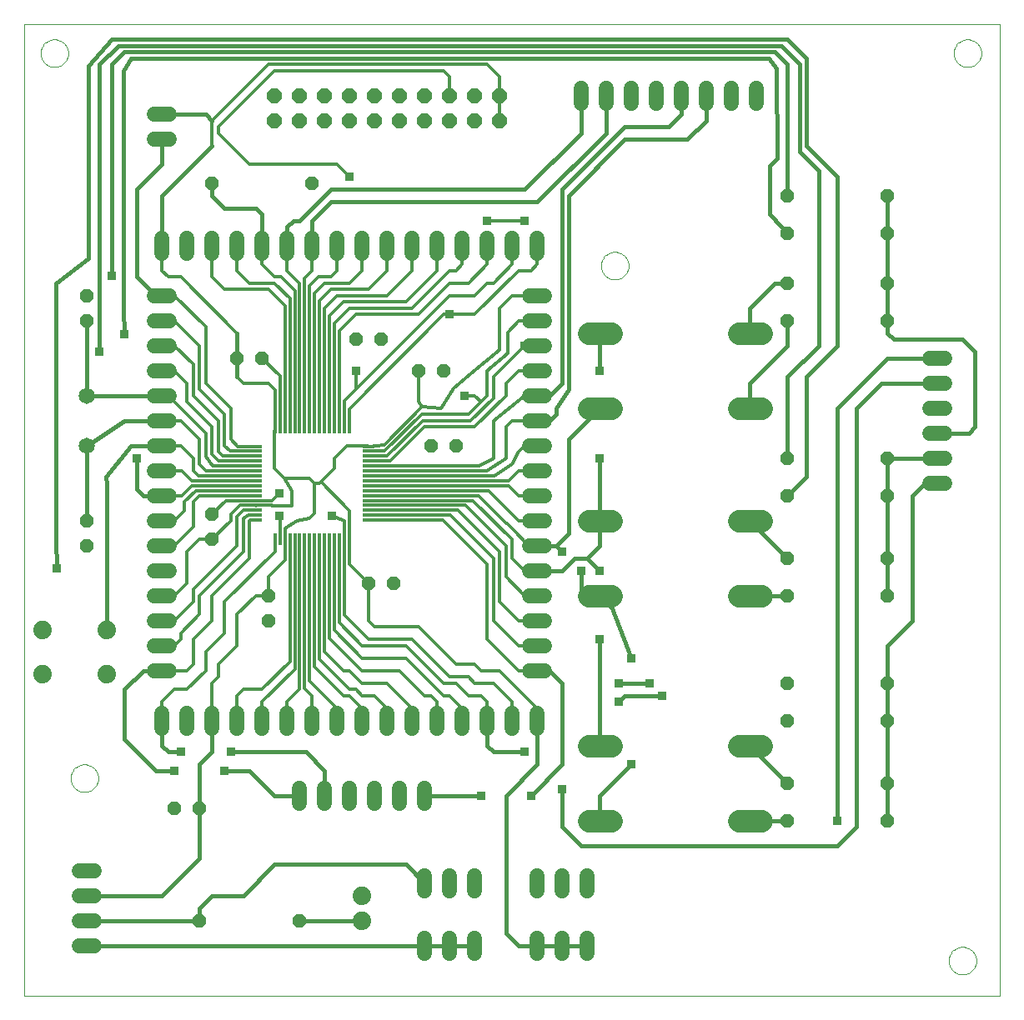
<source format=gtl>
G75*
G70*
%OFA0B0*%
%FSLAX24Y24*%
%IPPOS*%
%LPD*%
%AMOC8*
5,1,8,0,0,1.08239X$1,22.5*
%
%ADD10C,0.0000*%
%ADD11C,0.0600*%
%ADD12OC8,0.0520*%
%ADD13R,0.0472X0.0118*%
%ADD14R,0.0118X0.0472*%
%ADD15OC8,0.0600*%
%ADD16C,0.0650*%
%ADD17C,0.0740*%
%ADD18C,0.0885*%
%ADD19C,0.0160*%
%ADD20C,0.0120*%
%ADD21R,0.0356X0.0356*%
D10*
X000180Y000180D02*
X000180Y039050D01*
X039172Y039050D01*
X039172Y000180D01*
X000180Y000180D01*
X002029Y008880D02*
X002031Y008927D01*
X002037Y008973D01*
X002047Y009019D01*
X002060Y009064D01*
X002078Y009107D01*
X002099Y009149D01*
X002123Y009189D01*
X002151Y009226D01*
X002182Y009261D01*
X002216Y009294D01*
X002252Y009323D01*
X002291Y009349D01*
X002332Y009372D01*
X002375Y009391D01*
X002419Y009407D01*
X002464Y009419D01*
X002510Y009427D01*
X002557Y009431D01*
X002603Y009431D01*
X002650Y009427D01*
X002696Y009419D01*
X002741Y009407D01*
X002785Y009391D01*
X002828Y009372D01*
X002869Y009349D01*
X002908Y009323D01*
X002944Y009294D01*
X002978Y009261D01*
X003009Y009226D01*
X003037Y009189D01*
X003061Y009149D01*
X003082Y009107D01*
X003100Y009064D01*
X003113Y009019D01*
X003123Y008973D01*
X003129Y008927D01*
X003131Y008880D01*
X003129Y008833D01*
X003123Y008787D01*
X003113Y008741D01*
X003100Y008696D01*
X003082Y008653D01*
X003061Y008611D01*
X003037Y008571D01*
X003009Y008534D01*
X002978Y008499D01*
X002944Y008466D01*
X002908Y008437D01*
X002869Y008411D01*
X002828Y008388D01*
X002785Y008369D01*
X002741Y008353D01*
X002696Y008341D01*
X002650Y008333D01*
X002603Y008329D01*
X002557Y008329D01*
X002510Y008333D01*
X002464Y008341D01*
X002419Y008353D01*
X002375Y008369D01*
X002332Y008388D01*
X002291Y008411D01*
X002252Y008437D01*
X002216Y008466D01*
X002182Y008499D01*
X002151Y008534D01*
X002123Y008571D01*
X002099Y008611D01*
X002078Y008653D01*
X002060Y008696D01*
X002047Y008741D01*
X002037Y008787D01*
X002031Y008833D01*
X002029Y008880D01*
X023229Y029380D02*
X023231Y029427D01*
X023237Y029473D01*
X023247Y029519D01*
X023260Y029564D01*
X023278Y029607D01*
X023299Y029649D01*
X023323Y029689D01*
X023351Y029726D01*
X023382Y029761D01*
X023416Y029794D01*
X023452Y029823D01*
X023491Y029849D01*
X023532Y029872D01*
X023575Y029891D01*
X023619Y029907D01*
X023664Y029919D01*
X023710Y029927D01*
X023757Y029931D01*
X023803Y029931D01*
X023850Y029927D01*
X023896Y029919D01*
X023941Y029907D01*
X023985Y029891D01*
X024028Y029872D01*
X024069Y029849D01*
X024108Y029823D01*
X024144Y029794D01*
X024178Y029761D01*
X024209Y029726D01*
X024237Y029689D01*
X024261Y029649D01*
X024282Y029607D01*
X024300Y029564D01*
X024313Y029519D01*
X024323Y029473D01*
X024329Y029427D01*
X024331Y029380D01*
X024329Y029333D01*
X024323Y029287D01*
X024313Y029241D01*
X024300Y029196D01*
X024282Y029153D01*
X024261Y029111D01*
X024237Y029071D01*
X024209Y029034D01*
X024178Y028999D01*
X024144Y028966D01*
X024108Y028937D01*
X024069Y028911D01*
X024028Y028888D01*
X023985Y028869D01*
X023941Y028853D01*
X023896Y028841D01*
X023850Y028833D01*
X023803Y028829D01*
X023757Y028829D01*
X023710Y028833D01*
X023664Y028841D01*
X023619Y028853D01*
X023575Y028869D01*
X023532Y028888D01*
X023491Y028911D01*
X023452Y028937D01*
X023416Y028966D01*
X023382Y028999D01*
X023351Y029034D01*
X023323Y029071D01*
X023299Y029111D01*
X023278Y029153D01*
X023260Y029196D01*
X023247Y029241D01*
X023237Y029287D01*
X023231Y029333D01*
X023229Y029380D01*
X037329Y037880D02*
X037331Y037927D01*
X037337Y037973D01*
X037347Y038019D01*
X037360Y038064D01*
X037378Y038107D01*
X037399Y038149D01*
X037423Y038189D01*
X037451Y038226D01*
X037482Y038261D01*
X037516Y038294D01*
X037552Y038323D01*
X037591Y038349D01*
X037632Y038372D01*
X037675Y038391D01*
X037719Y038407D01*
X037764Y038419D01*
X037810Y038427D01*
X037857Y038431D01*
X037903Y038431D01*
X037950Y038427D01*
X037996Y038419D01*
X038041Y038407D01*
X038085Y038391D01*
X038128Y038372D01*
X038169Y038349D01*
X038208Y038323D01*
X038244Y038294D01*
X038278Y038261D01*
X038309Y038226D01*
X038337Y038189D01*
X038361Y038149D01*
X038382Y038107D01*
X038400Y038064D01*
X038413Y038019D01*
X038423Y037973D01*
X038429Y037927D01*
X038431Y037880D01*
X038429Y037833D01*
X038423Y037787D01*
X038413Y037741D01*
X038400Y037696D01*
X038382Y037653D01*
X038361Y037611D01*
X038337Y037571D01*
X038309Y037534D01*
X038278Y037499D01*
X038244Y037466D01*
X038208Y037437D01*
X038169Y037411D01*
X038128Y037388D01*
X038085Y037369D01*
X038041Y037353D01*
X037996Y037341D01*
X037950Y037333D01*
X037903Y037329D01*
X037857Y037329D01*
X037810Y037333D01*
X037764Y037341D01*
X037719Y037353D01*
X037675Y037369D01*
X037632Y037388D01*
X037591Y037411D01*
X037552Y037437D01*
X037516Y037466D01*
X037482Y037499D01*
X037451Y037534D01*
X037423Y037571D01*
X037399Y037611D01*
X037378Y037653D01*
X037360Y037696D01*
X037347Y037741D01*
X037337Y037787D01*
X037331Y037833D01*
X037329Y037880D01*
X000829Y037880D02*
X000831Y037927D01*
X000837Y037973D01*
X000847Y038019D01*
X000860Y038064D01*
X000878Y038107D01*
X000899Y038149D01*
X000923Y038189D01*
X000951Y038226D01*
X000982Y038261D01*
X001016Y038294D01*
X001052Y038323D01*
X001091Y038349D01*
X001132Y038372D01*
X001175Y038391D01*
X001219Y038407D01*
X001264Y038419D01*
X001310Y038427D01*
X001357Y038431D01*
X001403Y038431D01*
X001450Y038427D01*
X001496Y038419D01*
X001541Y038407D01*
X001585Y038391D01*
X001628Y038372D01*
X001669Y038349D01*
X001708Y038323D01*
X001744Y038294D01*
X001778Y038261D01*
X001809Y038226D01*
X001837Y038189D01*
X001861Y038149D01*
X001882Y038107D01*
X001900Y038064D01*
X001913Y038019D01*
X001923Y037973D01*
X001929Y037927D01*
X001931Y037880D01*
X001929Y037833D01*
X001923Y037787D01*
X001913Y037741D01*
X001900Y037696D01*
X001882Y037653D01*
X001861Y037611D01*
X001837Y037571D01*
X001809Y037534D01*
X001778Y037499D01*
X001744Y037466D01*
X001708Y037437D01*
X001669Y037411D01*
X001628Y037388D01*
X001585Y037369D01*
X001541Y037353D01*
X001496Y037341D01*
X001450Y037333D01*
X001403Y037329D01*
X001357Y037329D01*
X001310Y037333D01*
X001264Y037341D01*
X001219Y037353D01*
X001175Y037369D01*
X001132Y037388D01*
X001091Y037411D01*
X001052Y037437D01*
X001016Y037466D01*
X000982Y037499D01*
X000951Y037534D01*
X000923Y037571D01*
X000899Y037611D01*
X000878Y037653D01*
X000860Y037696D01*
X000847Y037741D01*
X000837Y037787D01*
X000831Y037833D01*
X000829Y037880D01*
X037129Y001580D02*
X037131Y001627D01*
X037137Y001673D01*
X037147Y001719D01*
X037160Y001764D01*
X037178Y001807D01*
X037199Y001849D01*
X037223Y001889D01*
X037251Y001926D01*
X037282Y001961D01*
X037316Y001994D01*
X037352Y002023D01*
X037391Y002049D01*
X037432Y002072D01*
X037475Y002091D01*
X037519Y002107D01*
X037564Y002119D01*
X037610Y002127D01*
X037657Y002131D01*
X037703Y002131D01*
X037750Y002127D01*
X037796Y002119D01*
X037841Y002107D01*
X037885Y002091D01*
X037928Y002072D01*
X037969Y002049D01*
X038008Y002023D01*
X038044Y001994D01*
X038078Y001961D01*
X038109Y001926D01*
X038137Y001889D01*
X038161Y001849D01*
X038182Y001807D01*
X038200Y001764D01*
X038213Y001719D01*
X038223Y001673D01*
X038229Y001627D01*
X038231Y001580D01*
X038229Y001533D01*
X038223Y001487D01*
X038213Y001441D01*
X038200Y001396D01*
X038182Y001353D01*
X038161Y001311D01*
X038137Y001271D01*
X038109Y001234D01*
X038078Y001199D01*
X038044Y001166D01*
X038008Y001137D01*
X037969Y001111D01*
X037928Y001088D01*
X037885Y001069D01*
X037841Y001053D01*
X037796Y001041D01*
X037750Y001033D01*
X037703Y001029D01*
X037657Y001029D01*
X037610Y001033D01*
X037564Y001041D01*
X037519Y001053D01*
X037475Y001069D01*
X037432Y001088D01*
X037391Y001111D01*
X037352Y001137D01*
X037316Y001166D01*
X037282Y001199D01*
X037251Y001234D01*
X037223Y001271D01*
X037199Y001311D01*
X037178Y001353D01*
X037160Y001396D01*
X037147Y001441D01*
X037137Y001487D01*
X037131Y001533D01*
X037129Y001580D01*
D11*
X022680Y001880D02*
X022680Y002480D01*
X021680Y002480D02*
X021680Y001880D01*
X020680Y001880D02*
X020680Y002480D01*
X020680Y004380D02*
X020680Y004980D01*
X021680Y004980D02*
X021680Y004380D01*
X022680Y004380D02*
X022680Y004980D01*
X018180Y004980D02*
X018180Y004380D01*
X017180Y004380D02*
X017180Y004980D01*
X016180Y004980D02*
X016180Y004380D01*
X016180Y002480D02*
X016180Y001880D01*
X017180Y001880D02*
X017180Y002480D01*
X018180Y002480D02*
X018180Y001880D01*
X016180Y007880D02*
X016180Y008480D01*
X015180Y008480D02*
X015180Y007880D01*
X014180Y007880D02*
X014180Y008480D01*
X013180Y008480D02*
X013180Y007880D01*
X012180Y007880D02*
X012180Y008480D01*
X011180Y008480D02*
X011180Y007880D01*
X010680Y010880D02*
X010680Y011480D01*
X011680Y011480D02*
X011680Y010880D01*
X012680Y010880D02*
X012680Y011480D01*
X013680Y011480D02*
X013680Y010880D01*
X014680Y010880D02*
X014680Y011480D01*
X015680Y011480D02*
X015680Y010880D01*
X016680Y010880D02*
X016680Y011480D01*
X017680Y011480D02*
X017680Y010880D01*
X018680Y010880D02*
X018680Y011480D01*
X019680Y011480D02*
X019680Y010880D01*
X020680Y010880D02*
X020680Y011480D01*
X020980Y013180D02*
X020380Y013180D01*
X020380Y014180D02*
X020980Y014180D01*
X020980Y015180D02*
X020380Y015180D01*
X020380Y016180D02*
X020980Y016180D01*
X020980Y017180D02*
X020380Y017180D01*
X020380Y018180D02*
X020980Y018180D01*
X020980Y019180D02*
X020380Y019180D01*
X020380Y020180D02*
X020980Y020180D01*
X020980Y021180D02*
X020380Y021180D01*
X020380Y022180D02*
X020980Y022180D01*
X020980Y023180D02*
X020380Y023180D01*
X020380Y024180D02*
X020980Y024180D01*
X020980Y025180D02*
X020380Y025180D01*
X020380Y026180D02*
X020980Y026180D01*
X020980Y027180D02*
X020380Y027180D01*
X020380Y028180D02*
X020980Y028180D01*
X020680Y029880D02*
X020680Y030480D01*
X019680Y030480D02*
X019680Y029880D01*
X018680Y029880D02*
X018680Y030480D01*
X017680Y030480D02*
X017680Y029880D01*
X016680Y029880D02*
X016680Y030480D01*
X015680Y030480D02*
X015680Y029880D01*
X014680Y029880D02*
X014680Y030480D01*
X013680Y030480D02*
X013680Y029880D01*
X012680Y029880D02*
X012680Y030480D01*
X011680Y030480D02*
X011680Y029880D01*
X010680Y029880D02*
X010680Y030480D01*
X009680Y030480D02*
X009680Y029880D01*
X008680Y029880D02*
X008680Y030480D01*
X007680Y030480D02*
X007680Y029880D01*
X006680Y029880D02*
X006680Y030480D01*
X005680Y030480D02*
X005680Y029880D01*
X005380Y028180D02*
X005980Y028180D01*
X005980Y027180D02*
X005380Y027180D01*
X005380Y026180D02*
X005980Y026180D01*
X005980Y025180D02*
X005380Y025180D01*
X005380Y024180D02*
X005980Y024180D01*
X005980Y023180D02*
X005380Y023180D01*
X005380Y022180D02*
X005980Y022180D01*
X005980Y021180D02*
X005380Y021180D01*
X005380Y020180D02*
X005980Y020180D01*
X005980Y019180D02*
X005380Y019180D01*
X005380Y018180D02*
X005980Y018180D01*
X005980Y017180D02*
X005380Y017180D01*
X005380Y016180D02*
X005980Y016180D01*
X005980Y015180D02*
X005380Y015180D01*
X005380Y014180D02*
X005980Y014180D01*
X005980Y013180D02*
X005380Y013180D01*
X005680Y011480D02*
X005680Y010880D01*
X006680Y010880D02*
X006680Y011480D01*
X007680Y011480D02*
X007680Y010880D01*
X008680Y010880D02*
X008680Y011480D01*
X009680Y011480D02*
X009680Y010880D01*
X002980Y005180D02*
X002380Y005180D01*
X002380Y004180D02*
X002980Y004180D01*
X002980Y003180D02*
X002380Y003180D01*
X002380Y002180D02*
X002980Y002180D01*
X005380Y034430D02*
X005980Y034430D01*
X005980Y035430D02*
X005380Y035430D01*
X022430Y035880D02*
X022430Y036480D01*
X023430Y036480D02*
X023430Y035880D01*
X024430Y035880D02*
X024430Y036480D01*
X025430Y036480D02*
X025430Y035880D01*
X026430Y035880D02*
X026430Y036480D01*
X027430Y036480D02*
X027430Y035880D01*
X028430Y035880D02*
X028430Y036480D01*
X029430Y036480D02*
X029430Y035880D01*
X036380Y025680D02*
X036980Y025680D01*
X036980Y024680D02*
X036380Y024680D01*
X036380Y023680D02*
X036980Y023680D01*
X036980Y022680D02*
X036380Y022680D01*
X036380Y021680D02*
X036980Y021680D01*
X036980Y020680D02*
X036380Y020680D01*
D12*
X034680Y020180D03*
X034680Y021680D03*
X034680Y017680D03*
X034680Y016180D03*
X034680Y012680D03*
X034680Y011180D03*
X034680Y008680D03*
X034680Y007180D03*
X030680Y007180D03*
X030680Y008680D03*
X030680Y011180D03*
X030680Y012680D03*
X030680Y016180D03*
X030680Y017680D03*
X030680Y020180D03*
X030680Y021680D03*
X030680Y027180D03*
X030680Y028680D03*
X030680Y030680D03*
X030680Y032180D03*
X034680Y032180D03*
X034680Y030680D03*
X034680Y028680D03*
X034680Y027180D03*
X017430Y022180D03*
X016430Y022180D03*
X015930Y025180D03*
X016930Y025180D03*
X014430Y026430D03*
X013430Y026430D03*
X009680Y025680D03*
X008680Y025680D03*
X002680Y027180D03*
X002680Y028180D03*
X007680Y032680D03*
X011680Y032680D03*
X007680Y019430D03*
X007680Y018430D03*
X009930Y016180D03*
X009930Y015180D03*
X013930Y016680D03*
X014930Y016680D03*
X007180Y007680D03*
X006180Y007680D03*
X007180Y003180D03*
X011180Y003180D03*
X002680Y018180D03*
X002680Y019180D03*
D13*
X009436Y019204D03*
X009436Y019400D03*
X009436Y019597D03*
X009436Y019794D03*
X009436Y019991D03*
X009436Y020188D03*
X009436Y020385D03*
X009436Y020582D03*
X009436Y020778D03*
X009436Y020975D03*
X009436Y021172D03*
X009436Y021369D03*
X009436Y021566D03*
X009436Y021763D03*
X009436Y021960D03*
X009436Y022156D03*
X013924Y022156D03*
X013924Y021960D03*
X013924Y021763D03*
X013924Y021566D03*
X013924Y021369D03*
X013924Y021172D03*
X013924Y020975D03*
X013924Y020778D03*
X013924Y020582D03*
X013924Y020385D03*
X013924Y020188D03*
X013924Y019991D03*
X013924Y019794D03*
X013924Y019597D03*
X013924Y019400D03*
X013924Y019204D03*
D14*
X013156Y018436D03*
X012960Y018436D03*
X012763Y018436D03*
X012566Y018436D03*
X012369Y018436D03*
X012172Y018436D03*
X011975Y018436D03*
X011778Y018436D03*
X011582Y018436D03*
X011385Y018436D03*
X011188Y018436D03*
X010991Y018436D03*
X010794Y018436D03*
X010597Y018436D03*
X010400Y018436D03*
X010204Y018436D03*
X010204Y022924D03*
X010400Y022924D03*
X010597Y022924D03*
X010794Y022924D03*
X010991Y022924D03*
X011188Y022924D03*
X011385Y022924D03*
X011582Y022924D03*
X011778Y022924D03*
X011975Y022924D03*
X012172Y022924D03*
X012369Y022924D03*
X012566Y022924D03*
X012763Y022924D03*
X012960Y022924D03*
X013156Y022924D03*
D15*
X013180Y035180D03*
X013180Y036180D03*
X012180Y036180D03*
X012180Y035180D03*
X011180Y035180D03*
X011180Y036180D03*
X010180Y036180D03*
X010180Y035180D03*
X014180Y035180D03*
X014180Y036180D03*
X015180Y036180D03*
X015180Y035180D03*
X016180Y035180D03*
X016180Y036180D03*
X017180Y036180D03*
X017180Y035180D03*
X018180Y035180D03*
X018180Y036180D03*
X019180Y036180D03*
X019180Y035180D03*
D16*
X002680Y024180D03*
X002680Y022180D03*
D17*
X003460Y014820D03*
X003460Y013040D03*
X000900Y013040D03*
X000900Y014820D03*
X013680Y004180D03*
X013680Y003180D03*
D18*
X022738Y007180D02*
X023623Y007180D01*
X023623Y010180D02*
X022738Y010180D01*
X028738Y010180D02*
X029623Y010180D01*
X029623Y007180D02*
X028738Y007180D01*
X028738Y016180D02*
X029623Y016180D01*
X029623Y019180D02*
X028738Y019180D01*
X028738Y023680D02*
X029623Y023680D01*
X029623Y026680D02*
X028738Y026680D01*
X023623Y026680D02*
X022738Y026680D01*
X022738Y023680D02*
X023623Y023680D01*
X023623Y019180D02*
X022738Y019180D01*
X022738Y016180D02*
X023623Y016180D01*
D19*
X023180Y016180D02*
X023680Y015680D01*
X024430Y013680D01*
X023930Y012680D02*
X025180Y012680D01*
X025680Y012180D02*
X024180Y012180D01*
X023930Y011930D01*
X023180Y010180D02*
X023180Y014430D01*
X021680Y012680D02*
X021180Y013180D01*
X020680Y013180D01*
X021680Y012680D02*
X021680Y009430D01*
X020430Y008180D01*
X019430Y008180D02*
X020680Y009430D01*
X020680Y011180D01*
X020180Y009930D02*
X018930Y009930D01*
X018680Y010180D01*
X018680Y011180D01*
X018430Y008180D02*
X016180Y008180D01*
X015430Y005430D02*
X016180Y004680D01*
X015430Y005430D02*
X010180Y005430D01*
X008930Y004180D01*
X007680Y004180D01*
X007180Y003680D01*
X007180Y003180D01*
X002680Y003180D01*
X002680Y004180D02*
X005680Y004180D01*
X007180Y005680D01*
X007180Y007680D01*
X007180Y009430D01*
X007680Y009930D01*
X007680Y011180D01*
X008430Y009930D02*
X011430Y009930D01*
X012180Y009180D01*
X012180Y008180D01*
X011180Y008180D02*
X010180Y008180D01*
X009180Y009180D01*
X008180Y009180D01*
X006430Y009930D02*
X005930Y009930D01*
X005680Y010180D01*
X005680Y011180D01*
X004180Y010430D02*
X004180Y012430D01*
X004930Y013180D01*
X005680Y013180D01*
X003460Y014820D02*
X003460Y020650D01*
X003430Y020930D01*
X004430Y022180D01*
X005680Y022180D01*
X005680Y023180D02*
X004180Y023180D01*
X002680Y022180D01*
X002680Y019180D01*
X001430Y018430D02*
X001480Y017280D01*
X001430Y018430D02*
X001430Y028680D01*
X002730Y029680D01*
X002730Y037380D01*
X003680Y038430D01*
X030680Y038430D01*
X031430Y037680D01*
X031430Y034180D01*
X032680Y032930D01*
X032680Y026180D01*
X031430Y024930D01*
X031430Y020930D01*
X030680Y020180D01*
X029180Y019180D02*
X030680Y017680D01*
X030680Y016180D02*
X029180Y016180D01*
X034680Y016180D02*
X034680Y017680D01*
X034680Y021680D01*
X034680Y020180D01*
X035680Y020180D02*
X036180Y020680D01*
X036680Y020680D01*
X036680Y021680D02*
X034680Y021680D01*
X035680Y020180D02*
X035680Y015180D01*
X034680Y014180D01*
X034680Y012680D01*
X034680Y008680D01*
X034680Y007180D01*
X033430Y006930D02*
X032680Y006180D01*
X022430Y006180D01*
X021680Y006930D01*
X021680Y008430D01*
X023180Y008180D02*
X023180Y007180D01*
X023180Y008180D02*
X024430Y009430D01*
X029180Y010180D02*
X030680Y008680D01*
X030680Y007180D02*
X029180Y007180D01*
X032680Y007180D02*
X032680Y023680D01*
X034680Y025680D01*
X036680Y025680D01*
X037680Y026430D02*
X038180Y025930D01*
X038180Y022930D01*
X037930Y022680D01*
X036680Y022680D01*
X036680Y024680D02*
X034430Y024680D01*
X033430Y023680D01*
X033430Y006930D01*
X034680Y011180D02*
X034680Y012680D01*
X030680Y021680D02*
X030680Y024930D01*
X031930Y026180D01*
X031930Y033180D01*
X031180Y033930D01*
X031180Y037430D01*
X030430Y038180D01*
X003930Y038180D01*
X003180Y037430D01*
X003180Y025930D01*
X004180Y026630D02*
X004130Y027680D01*
X004130Y037180D01*
X004430Y037680D01*
X029930Y037680D01*
X030230Y037280D01*
X030280Y033680D01*
X029980Y033380D01*
X029980Y031430D01*
X030430Y030930D01*
X030680Y030680D01*
X030680Y032180D02*
X030680Y037430D01*
X030180Y037930D01*
X004180Y037930D01*
X003680Y037430D01*
X003680Y028980D01*
X004680Y028930D02*
X004680Y032430D01*
X005680Y033430D01*
X005680Y034430D01*
X005680Y035430D02*
X007430Y035430D01*
X007680Y035180D01*
X007680Y034180D02*
X005680Y032180D01*
X005680Y030180D01*
X004680Y028930D02*
X005430Y028180D01*
X005680Y028180D01*
X002680Y027180D02*
X002680Y024180D01*
X005680Y024180D01*
X004680Y021680D02*
X004680Y020430D01*
X004930Y020180D01*
X005680Y020180D01*
X008680Y024930D02*
X008680Y025680D01*
X008680Y026680D01*
X009680Y030180D02*
X009680Y031430D01*
X009430Y031680D01*
X008180Y031680D01*
X007680Y032180D01*
X007680Y032680D01*
X010680Y030930D02*
X010680Y030180D01*
X010680Y030930D02*
X010930Y031180D01*
X011180Y031180D01*
X012430Y032430D01*
X020180Y032430D01*
X022430Y034680D01*
X022430Y036180D01*
X023430Y036180D02*
X023430Y034680D01*
X020680Y031930D01*
X012430Y031930D01*
X011680Y031180D01*
X011680Y030180D01*
X020680Y024180D02*
X021180Y024180D01*
X021680Y024680D01*
X021680Y032430D01*
X024180Y034930D01*
X025930Y034930D01*
X026430Y035430D01*
X026430Y036180D01*
X027430Y036180D02*
X027430Y035180D01*
X026680Y034430D01*
X024180Y034430D01*
X021930Y032180D01*
X021930Y024430D01*
X021430Y023680D01*
X021430Y023430D01*
X021180Y023180D01*
X020680Y023180D01*
X021930Y022430D02*
X023180Y023680D01*
X023180Y025180D02*
X023180Y026680D01*
X021930Y022430D02*
X021930Y018680D01*
X021430Y018180D01*
X021680Y017930D01*
X021430Y018180D02*
X020680Y018180D01*
X020680Y017180D02*
X021680Y017180D01*
X022180Y017680D01*
X022680Y017680D01*
X023180Y017180D01*
X022680Y017680D02*
X023180Y018180D01*
X023180Y019180D01*
X023180Y021680D01*
X022430Y017180D02*
X022430Y016430D01*
X022680Y016180D01*
X023180Y016180D01*
X029180Y023680D02*
X029180Y024680D01*
X030680Y026180D01*
X030680Y027180D01*
X030680Y028680D02*
X030180Y028680D01*
X029180Y027680D01*
X029180Y026680D01*
X034680Y026680D02*
X034930Y026430D01*
X037680Y026430D01*
X034680Y026680D02*
X034680Y027180D01*
X034680Y030680D01*
X034680Y032180D01*
X034680Y028680D02*
X034680Y027180D01*
X019430Y008180D02*
X019430Y002680D01*
X019930Y002180D01*
X020680Y002180D01*
X021680Y002180D01*
X022680Y002180D01*
X018180Y002180D02*
X017180Y002180D01*
X016180Y002180D01*
X002680Y002180D01*
X005430Y009180D02*
X004180Y010430D01*
X005430Y009180D02*
X006180Y009180D01*
X011180Y003180D02*
X013680Y003180D01*
D20*
X013680Y011180D02*
X013680Y011680D01*
X013180Y012180D01*
X012930Y012180D01*
X011778Y013332D01*
X011778Y018436D01*
X011582Y018436D02*
X011582Y012778D01*
X012680Y011680D01*
X012680Y011180D01*
X013680Y012180D02*
X014180Y012180D01*
X014680Y011680D01*
X014680Y011180D01*
X015680Y011180D02*
X015680Y011680D01*
X014680Y012680D01*
X013680Y012680D01*
X013180Y013180D01*
X012930Y013180D01*
X012172Y013938D01*
X012172Y018436D01*
X011975Y018436D02*
X011975Y013635D01*
X013180Y012430D01*
X013430Y012430D01*
X013680Y012180D01*
X013680Y013180D02*
X015180Y013180D01*
X016180Y012180D01*
X016430Y012180D01*
X016680Y011930D01*
X016680Y011180D01*
X016680Y011430D01*
X016930Y012180D02*
X017180Y012180D01*
X017680Y011680D01*
X017680Y011180D01*
X017930Y012180D02*
X018430Y012180D01*
X018680Y011930D01*
X018680Y011180D01*
X017930Y012180D02*
X017430Y012680D01*
X016930Y012680D01*
X015430Y014180D01*
X013680Y014180D01*
X012763Y015097D01*
X012763Y018436D01*
X012960Y018436D02*
X012960Y018466D01*
X012960Y019190D01*
X012480Y019380D01*
X013160Y019570D02*
X012030Y020730D01*
X011980Y020680D01*
X011780Y020680D01*
X011580Y020880D01*
X010580Y020880D01*
X010180Y021280D01*
X010180Y022680D01*
X010204Y022924D01*
X010204Y024406D01*
X009930Y024680D01*
X008930Y024680D01*
X008680Y024930D01*
X009680Y025680D02*
X010400Y024960D01*
X010400Y022924D01*
X010597Y022924D02*
X010597Y027763D01*
X009930Y028430D01*
X008180Y028430D01*
X007680Y028930D01*
X007680Y030180D01*
X008680Y030180D02*
X008680Y029180D01*
X009180Y028680D01*
X010180Y028680D01*
X010794Y028066D01*
X010794Y022924D01*
X010991Y022924D02*
X010991Y028369D01*
X010430Y028930D01*
X010180Y028930D01*
X009680Y029430D01*
X009680Y030180D01*
X010680Y030180D02*
X010680Y029180D01*
X011188Y028672D01*
X011188Y022924D01*
X011385Y022924D02*
X011385Y028885D01*
X011680Y029180D01*
X011680Y030180D01*
X012680Y030180D02*
X012680Y029180D01*
X012430Y028930D01*
X011930Y028930D01*
X011582Y028582D01*
X011582Y022924D01*
X011778Y022924D02*
X011778Y028278D01*
X012180Y028680D01*
X013180Y028680D01*
X013680Y029180D01*
X013680Y030180D01*
X014680Y030180D02*
X014680Y029180D01*
X013930Y028430D01*
X012430Y028430D01*
X011975Y027975D01*
X011975Y022924D01*
X012172Y022924D02*
X012172Y027672D01*
X012680Y028180D01*
X014680Y028180D01*
X015680Y029180D01*
X015680Y030180D01*
X016680Y030180D02*
X016680Y029180D01*
X015430Y027930D01*
X012930Y027930D01*
X012369Y027369D01*
X012369Y022924D01*
X012566Y022924D02*
X012566Y027066D01*
X013180Y027680D01*
X015680Y027680D01*
X017180Y029180D01*
X017430Y029180D01*
X017680Y029430D01*
X017680Y030180D01*
X018680Y030180D02*
X018680Y029430D01*
X017930Y028680D01*
X017180Y028680D01*
X015930Y027430D01*
X013430Y027430D01*
X012763Y026763D01*
X012763Y022924D01*
X012960Y022924D02*
X012960Y023960D01*
X013430Y024430D01*
X013430Y025180D01*
X013430Y024430D02*
X017180Y028180D01*
X018180Y028180D01*
X018680Y028680D01*
X018930Y028680D01*
X019680Y029430D01*
X019680Y030180D01*
X020680Y030180D02*
X020680Y029430D01*
X020430Y029180D01*
X019930Y029180D01*
X018180Y027430D01*
X017180Y027430D01*
X016930Y027430D01*
X013156Y023656D01*
X013156Y022924D01*
X013080Y022180D02*
X012580Y021680D01*
X012580Y021280D01*
X012030Y020730D01*
X011780Y020680D02*
X011780Y019480D01*
X011580Y019280D01*
X011080Y019180D01*
X010600Y018880D01*
X010597Y018436D01*
X010597Y017597D01*
X009930Y016930D01*
X009930Y016180D01*
X009430Y016180D01*
X008680Y015430D01*
X008680Y014180D01*
X007930Y013430D01*
X007930Y012930D01*
X007680Y012680D01*
X007680Y011180D01*
X008680Y011180D02*
X008680Y012180D01*
X008930Y012430D01*
X009680Y012430D01*
X010794Y013544D01*
X010794Y018436D01*
X010991Y018436D02*
X010991Y013241D01*
X009680Y011930D01*
X009680Y011180D01*
X010680Y011180D02*
X010680Y011930D01*
X011188Y012438D01*
X011188Y018436D01*
X011385Y018436D02*
X011385Y012475D01*
X011680Y012180D01*
X011680Y011180D01*
X013680Y013180D02*
X012369Y014491D01*
X012369Y018436D01*
X012566Y018436D02*
X012566Y014794D01*
X013680Y013680D01*
X015430Y013680D01*
X016930Y012180D01*
X017180Y012930D02*
X017930Y012930D01*
X018180Y012680D01*
X018930Y012680D01*
X019680Y011930D01*
X019680Y011180D01*
X020680Y011180D02*
X020680Y011680D01*
X019180Y013180D01*
X018430Y013180D01*
X018180Y013430D01*
X017430Y013430D01*
X015930Y014930D01*
X014180Y014930D01*
X013930Y015180D01*
X013930Y016680D01*
X013156Y017454D01*
X013156Y018436D01*
X013160Y018450D01*
X013160Y019570D01*
X013924Y019597D02*
X017513Y019597D01*
X019180Y017930D01*
X019180Y015930D01*
X019930Y015180D01*
X020680Y015180D01*
X020680Y014180D02*
X019930Y014180D01*
X018930Y015180D01*
X018930Y017680D01*
X017210Y019400D01*
X013924Y019400D01*
X013924Y019204D02*
X016906Y019204D01*
X018680Y017430D01*
X018680Y014430D01*
X019930Y013180D01*
X020680Y013180D01*
X020680Y016180D02*
X020180Y016180D01*
X019430Y016930D01*
X019430Y018180D01*
X017816Y019794D01*
X013924Y019794D01*
X013924Y019991D02*
X018119Y019991D01*
X019680Y018430D01*
X019680Y017680D01*
X020180Y017180D01*
X020680Y017180D01*
X020680Y018180D02*
X020180Y018180D01*
X020180Y018340D01*
X019830Y018700D01*
X019460Y019070D01*
X019450Y019070D01*
X018340Y020180D01*
X013932Y020180D01*
X013924Y020188D01*
X013924Y020385D02*
X018725Y020385D01*
X019930Y019180D01*
X020680Y019180D01*
X020680Y020180D02*
X019930Y020180D01*
X019528Y020582D01*
X013924Y020582D01*
X013924Y020778D02*
X019528Y020778D01*
X019930Y021180D01*
X020680Y021180D01*
X019680Y021430D02*
X019930Y021930D01*
X020180Y022180D01*
X020680Y022180D01*
X020680Y023180D02*
X019680Y023180D01*
X019430Y022930D01*
X019430Y021680D01*
X018672Y021172D01*
X013924Y021172D01*
X013924Y020975D02*
X018975Y020975D01*
X019680Y021430D01*
X018930Y021680D02*
X018930Y023180D01*
X020180Y024180D01*
X020680Y024180D01*
X020680Y025180D02*
X019930Y025180D01*
X019430Y024680D01*
X019430Y024180D01*
X018180Y022930D01*
X016180Y022930D01*
X014816Y021566D01*
X013924Y021566D01*
X013924Y021763D02*
X014683Y021763D01*
X016120Y023180D01*
X018010Y023180D01*
X018930Y024060D01*
X018930Y024930D01*
X020180Y026180D01*
X020680Y026180D01*
X020680Y027180D02*
X019930Y027180D01*
X019510Y026710D01*
X019510Y025880D01*
X018680Y025180D01*
X018680Y024180D01*
X018430Y023930D01*
X018180Y024180D01*
X017780Y024180D01*
X017330Y024480D02*
X018030Y025080D01*
X019180Y026010D01*
X019180Y027680D01*
X019680Y028180D01*
X020680Y028180D01*
X020180Y031180D02*
X018680Y031180D01*
X019180Y035180D02*
X019180Y036180D01*
X019180Y036930D01*
X018680Y037430D01*
X009930Y037430D01*
X007680Y035180D01*
X007680Y034180D01*
X007930Y034680D02*
X007930Y034930D01*
X010180Y037180D01*
X016930Y037180D01*
X017180Y036930D01*
X017180Y036180D01*
X013180Y032930D02*
X012680Y033430D01*
X009180Y033430D01*
X007930Y034680D01*
X005680Y030180D02*
X005680Y029180D01*
X005930Y028930D01*
X006430Y028930D01*
X008680Y026680D01*
X007430Y026930D02*
X006180Y028180D01*
X005680Y028180D01*
X005680Y027180D02*
X006180Y027180D01*
X007180Y026180D01*
X007180Y024430D01*
X008180Y023430D01*
X008180Y022180D01*
X008400Y021960D01*
X009436Y021960D01*
X009436Y022156D02*
X008704Y022156D01*
X008430Y022430D01*
X008430Y023680D01*
X007430Y024680D01*
X007430Y026930D01*
X006180Y026180D02*
X005680Y026180D01*
X006180Y026180D02*
X006930Y025430D01*
X006930Y024180D01*
X007930Y023180D01*
X007930Y021930D01*
X008097Y021763D01*
X009436Y021763D01*
X009436Y021566D02*
X007944Y021566D01*
X007680Y021830D01*
X007680Y022930D01*
X006680Y023930D01*
X006680Y024680D01*
X006180Y025180D01*
X005680Y025180D01*
X005680Y024180D02*
X005930Y024180D01*
X007430Y022680D01*
X007430Y021730D01*
X007691Y021369D01*
X009436Y021369D01*
X009436Y021172D02*
X007438Y021172D01*
X007180Y021430D01*
X007180Y022430D01*
X006430Y023180D01*
X005680Y023180D01*
X005680Y022180D02*
X006430Y022180D01*
X006930Y021680D01*
X006930Y021180D01*
X007135Y020975D01*
X009436Y020975D01*
X009436Y020778D02*
X006882Y020778D01*
X006480Y021180D01*
X005680Y021180D01*
X005680Y020180D02*
X006480Y020180D01*
X006882Y020582D01*
X009436Y020582D01*
X009436Y020385D02*
X007035Y020385D01*
X006580Y019930D01*
X006580Y019580D01*
X006180Y019180D01*
X005680Y019180D01*
X005680Y018180D02*
X006180Y018180D01*
X006930Y018930D01*
X006930Y019930D01*
X007188Y020188D01*
X009436Y020188D01*
X009436Y019991D02*
X009447Y019980D01*
X010080Y019980D01*
X010380Y020280D01*
X010880Y020380D02*
X010880Y019780D01*
X010080Y019780D01*
X010066Y019794D01*
X009436Y019794D01*
X009450Y019780D01*
X009436Y019794D02*
X008794Y019794D01*
X008430Y019430D01*
X008430Y019180D01*
X007680Y018430D01*
X007180Y018430D01*
X006680Y017930D01*
X006680Y016680D01*
X006180Y016180D01*
X005680Y016180D01*
X005680Y015180D02*
X006180Y015180D01*
X006930Y015930D01*
X006930Y016430D01*
X008680Y018180D01*
X008680Y019330D01*
X008947Y019597D01*
X009436Y019597D01*
X009436Y019400D02*
X009150Y019400D01*
X008930Y019280D01*
X008930Y017930D01*
X007180Y016180D01*
X007180Y015430D01*
X006430Y014680D01*
X006430Y014430D01*
X006180Y014180D01*
X005680Y014180D01*
X005680Y013180D02*
X006680Y013180D01*
X006930Y013430D01*
X006930Y014430D01*
X007680Y015180D01*
X007680Y016180D01*
X009180Y017680D01*
X009180Y019180D01*
X009204Y019204D01*
X009436Y019204D01*
X009436Y019991D02*
X008241Y019991D01*
X007680Y019430D01*
X010204Y018436D02*
X010204Y017954D01*
X008180Y015930D01*
X008180Y014680D01*
X007430Y013930D01*
X007430Y013180D01*
X006680Y012430D01*
X006180Y012430D01*
X005680Y011930D01*
X005680Y011180D01*
X012960Y015400D02*
X012960Y018436D01*
X010880Y020380D02*
X010580Y020880D01*
X010380Y019380D02*
X010400Y019360D01*
X010400Y018436D01*
X012960Y015400D02*
X013930Y014430D01*
X015680Y014430D01*
X017180Y012930D01*
X018369Y021369D02*
X013924Y021369D01*
X013924Y021960D02*
X014580Y021970D01*
X016060Y023430D01*
X017930Y023430D01*
X018430Y023930D01*
X017330Y024480D02*
X016830Y023680D01*
X016080Y023740D01*
X015930Y023930D01*
X015930Y025180D01*
X016080Y023740D02*
X014556Y022216D01*
X013924Y022156D01*
X013900Y022180D01*
X013080Y022180D01*
X018369Y021369D02*
X018930Y021680D01*
D21*
X017780Y024180D03*
X020180Y026180D03*
X023180Y025180D03*
X023180Y021680D03*
X021680Y017930D03*
X022430Y017180D03*
X023180Y017180D03*
X023180Y014430D03*
X024430Y013680D03*
X023930Y012680D03*
X023930Y011930D03*
X025180Y012680D03*
X025680Y012180D03*
X024430Y009430D03*
X021680Y008430D03*
X020430Y008180D03*
X020180Y009930D03*
X018430Y008180D03*
X008430Y009930D03*
X008180Y009180D03*
X006430Y009930D03*
X006180Y009180D03*
X001480Y017280D03*
X004680Y021680D03*
X003180Y025930D03*
X004180Y026630D03*
X003680Y028980D03*
X010380Y020280D03*
X010380Y019380D03*
X012480Y019380D03*
X013430Y025180D03*
X017180Y027430D03*
X018680Y031180D03*
X020180Y031180D03*
X013180Y032930D03*
X032680Y007180D03*
M02*

</source>
